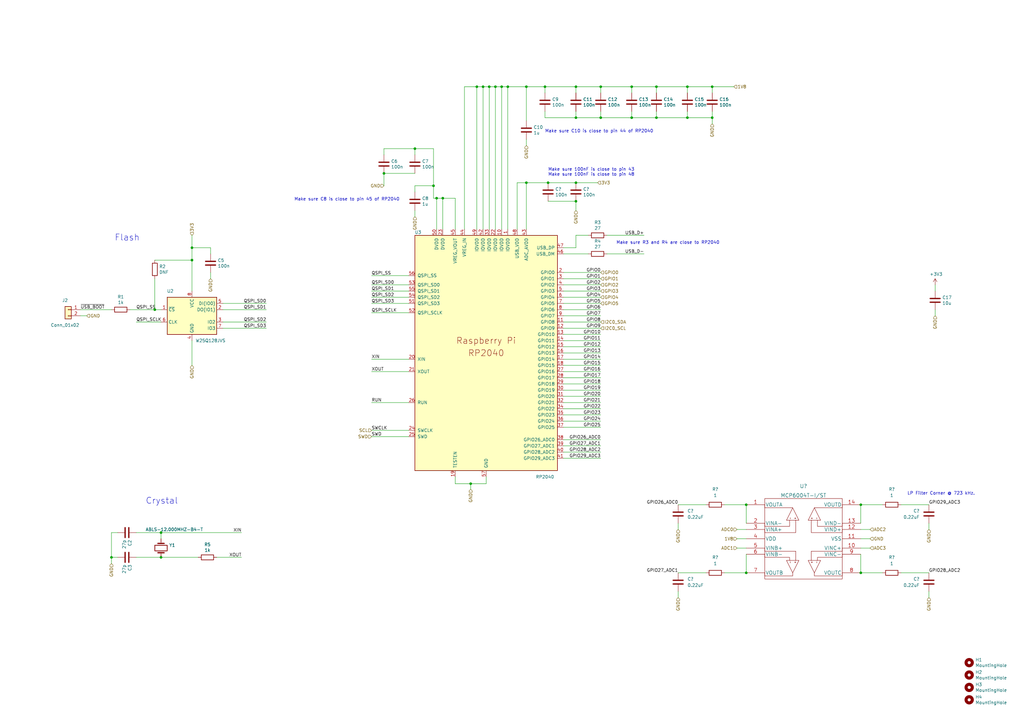
<source format=kicad_sch>
(kicad_sch (version 20211123) (generator eeschema)
  (paper "A3")
  (title_block (title "RP2040 Minimal Design Example") (date "2020-12-18") (rev "REV1") (company "Raspberry Pi (Trading) Ltd"))
  (lib_symbols
    (symbol "Connector_Generic:Conn_01x02" (pin_names (offset 1.016) hide)
      (property "Reference" "J" (at 0 2.54 0))
      (property "Value" "Conn_01x02" (at 0 -5.08 0))
      (symbol "Conn_01x02_1_1"
        (rectangle (start -1.27 -2.413) (end 0 -2.667) (stroke (width 0.1524)))
        (rectangle (start -1.27 0.127) (end 0 -0.127) (stroke (width 0.1524)))
        (rectangle (start -1.27 1.27) (end 1.27 -3.81) (stroke (width 0.254)) (fill (type background)))
        (pin passive line (at -5.08 0 0) (length 3.81) (name "Pin_1") (number "1"))
        (pin passive line (at -5.08 -2.54 0) (length 3.81) (name "Pin_2") (number "2"))
      )
    )
    (symbol "Device:C" (pin_numbers hide) (pin_names (offset 0.254))
      (property "Reference" "C" (at 0.635 2.54 0))
      (property "Value" "C" (at 0.635 -2.54 0))
      (symbol "C_0_1"
        (polyline (pts (xy -2.032 -0.762) (xy 2.032 -0.762)) (stroke (width 0.508)))
        (polyline (pts (xy -2.032 0.762) (xy 2.032 0.762)) (stroke (width 0.508)))
      )
      (symbol "C_1_1"
        (pin passive line (at 0 3.81 270) (length 2.794) (name "~") (number "1"))
        (pin passive line (at 0 -3.81 90) (length 2.794) (name "~") (number "2"))
      )
    )
    (symbol "Device:Crystal" (pin_numbers hide) (pin_names (offset 1.016) hide)
      (property "Reference" "Y" (at 0 3.81 0))
      (property "Value" "Crystal" (at 0 -3.81 0))
      (symbol "Crystal_0_1"
        (rectangle (start -1.143 2.54) (end 1.143 -2.54) (stroke (width 0.3048)))
        (polyline (pts (xy -2.54 0) (xy -1.905 0)))
        (polyline (pts (xy -1.905 -1.27) (xy -1.905 1.27)) (stroke (width 0.508)))
        (polyline (pts (xy 1.905 -1.27) (xy 1.905 1.27)) (stroke (width 0.508)))
        (polyline (pts (xy 2.54 0) (xy 1.905 0)))
      )
      (symbol "Crystal_1_1"
        (pin passive line (at -3.81 0 0) (length 1.27) (name "1") (number "1"))
        (pin passive line (at 3.81 0 180) (length 1.27) (name "2") (number "2"))
      )
    )
    (symbol "Device:R" (pin_numbers hide) (pin_names (offset 0))
      (property "Reference" "R" (at 2.032 0 90))
      (property "Value" "R" (at 0 0 90))
      (symbol "R_0_1"
        (rectangle (start -1.016 -2.54) (end 1.016 2.54) (stroke (width 0.254)))
      )
      (symbol "R_1_1"
        (pin passive line (at 0 3.81 270) (length 1.27) (name "~") (number "1"))
        (pin passive line (at 0 -3.81 90) (length 1.27) (name "~") (number "2"))
      )
    )
    (symbol "MCU_RaspberryPi_RP2040:RP2040" (pin_names (offset 1.016))
      (property "Reference" "U" (at -29.21 49.53 0))
      (property "Value" "RP2040" (at 24.13 -49.53 0))
      (symbol "RP2040_0_0"
        (text "Raspberry Pi" (at 0 5.08 0) (effects (font (size 2.54 2.54))))
        (text "RP2040" (at 0 0 0) (effects (font (size 2.54 2.54))))
      )
      (symbol "RP2040_0_1"
        (rectangle (start 29.21 48.26) (end -29.21 -48.26) (stroke (width 0.254)) (fill (type background)))
      )
      (symbol "RP2040_1_1"
        (pin power_in line (at 8.89 50.8 270) (length 2.54) (name "IOVDD") (number "1"))
        (pin power_in line (at 6.35 50.8 270) (length 2.54) (name "IOVDD") (number "10"))
        (pin bidirectional line (at 31.75 12.7 180) (length 2.54) (name "GPIO8") (number "11"))
        (pin bidirectional line (at 31.75 10.16 180) (length 2.54) (name "GPIO9") (number "12"))
        (pin bidirectional line (at 31.75 7.62 180) (length 2.54) (name "GPIO10") (number "13"))
        (pin bidirectional line (at 31.75 5.08 180) (length 2.54) (name "GPIO11") (number "14"))
        (pin bidirectional line (at 31.75 2.54 180) (length 2.54) (name "GPIO12") (number "15"))
        (pin bidirectional line (at 31.75 0 180) (length 2.54) (name "GPIO13") (number "16"))
        (pin bidirectional line (at 31.75 -2.54 180) (length 2.54) (name "GPIO14") (number "17"))
        (pin bidirectional line (at 31.75 -5.08 180) (length 2.54) (name "GPIO15") (number "18"))
        (pin passive line (at -12.7 -50.8 90) (length 2.54) (name "TESTEN") (number "19"))
        (pin bidirectional line (at 31.75 33.02 180) (length 2.54) (name "GPIO0") (number "2"))
        (pin input line (at -31.75 -2.54 0) (length 2.54) (name "XIN") (number "20"))
        (pin passive line (at -31.75 -7.62 0) (length 2.54) (name "XOUT") (number "21"))
        (pin power_in line (at 3.81 50.8 270) (length 2.54) (name "IOVDD") (number "22"))
        (pin power_in line (at -17.78 50.8 270) (length 2.54) (name "DVDD") (number "23"))
        (pin output line (at -31.75 -31.75 0) (length 2.54) (name "SWCLK") (number "24"))
        (pin bidirectional line (at -31.75 -34.29 0) (length 2.54) (name "SWD") (number "25"))
        (pin input line (at -31.75 -20.32 0) (length 2.54) (name "RUN") (number "26"))
        (pin bidirectional line (at 31.75 -7.62 180) (length 2.54) (name "GPIO16") (number "27"))
        (pin bidirectional line (at 31.75 -10.16 180) (length 2.54) (name "GPIO17") (number "28"))
        (pin bidirectional line (at 31.75 -12.7 180) (length 2.54) (name "GPIO18") (number "29"))
        (pin bidirectional line (at 31.75 30.48 180) (length 2.54) (name "GPIO1") (number "3"))
        (pin bidirectional line (at 31.75 -15.24 180) (length 2.54) (name "GPIO19") (number "30"))
        (pin bidirectional line (at 31.75 -17.78 180) (length 2.54) (name "GPIO20") (number "31"))
        (pin bidirectional line (at 31.75 -20.32 180) (length 2.54) (name "GPIO21") (number "32"))
        (pin power_in line (at 1.27 50.8 270) (length 2.54) (name "IOVDD") (number "33"))
        (pin bidirectional line (at 31.75 -22.86 180) (length 2.54) (name "GPIO22") (number "34"))
        (pin bidirectional line (at 31.75 -25.4 180) (length 2.54) (name "GPIO23") (number "35"))
        (pin bidirectional line (at 31.75 -27.94 180) (length 2.54) (name "GPIO24") (number "36"))
        (pin bidirectional line (at 31.75 -30.48 180) (length 2.54) (name "GPIO25") (number "37"))
        (pin bidirectional line (at 31.75 -35.56 180) (length 2.54) (name "GPIO26_ADC0") (number "38"))
        (pin bidirectional line (at 31.75 -38.1 180) (length 2.54) (name "GPIO27_ADC1") (number "39"))
        (pin bidirectional line (at 31.75 27.94 180) (length 2.54) (name "GPIO2") (number "4"))
        (pin bidirectional line (at 31.75 -40.64 180) (length 2.54) (name "GPIO28_ADC2") (number "40"))
        (pin bidirectional line (at 31.75 -43.18 180) (length 2.54) (name "GPIO29_ADC3") (number "41"))
        (pin power_in line (at -1.27 50.8 270) (length 2.54) (name "IOVDD") (number "42"))
        (pin power_in line (at 16.51 50.8 270) (length 2.54) (name "ADC_AVDD") (number "43"))
        (pin power_in line (at -8.89 50.8 270) (length 2.54) (name "VREG_IN") (number "44"))
        (pin power_out line (at -12.7 50.8 270) (length 2.54) (name "VREG_VOUT") (number "45"))
        (pin bidirectional line (at 31.75 40.64 180) (length 2.54) (name "USB_DM") (number "46"))
        (pin bidirectional line (at 31.75 43.18 180) (length 2.54) (name "USB_DP") (number "47"))
        (pin power_in line (at 12.7 50.8 270) (length 2.54) (name "USB_VDD") (number "48"))
        (pin power_in line (at -3.81 50.8 270) (length 2.54) (name "IOVDD") (number "49"))
        (pin bidirectional line (at 31.75 25.4 180) (length 2.54) (name "GPIO3") (number "5"))
        (pin power_in line (at -20.32 50.8 270) (length 2.54) (name "DVDD") (number "50"))
        (pin bidirectional line (at -31.75 20.32 0) (length 2.54) (name "QSPI_SD3") (number "51"))
        (pin output line (at -31.75 16.51 0) (length 2.54) (name "QSPI_SCLK") (number "52"))
        (pin bidirectional line (at -31.75 27.94 0) (length 2.54) (name "QSPI_SD0") (number "53"))
        (pin bidirectional line (at -31.75 22.86 0) (length 2.54) (name "QSPI_SD2") (number "54"))
        (pin bidirectional line (at -31.75 25.4 0) (length 2.54) (name "QSPI_SD1") (number "55"))
        (pin bidirectional line (at -31.75 31.75 0) (length 2.54) (name "QSPI_SS") (number "56"))
        (pin power_in line (at 0 -50.8 90) (length 2.54) (name "GND") (number "57"))
        (pin bidirectional line (at 31.75 22.86 180) (length 2.54) (name "GPIO4") (number "6"))
        (pin bidirectional line (at 31.75 20.32 180) (length 2.54) (name "GPIO5") (number "7"))
        (pin bidirectional line (at 31.75 17.78 180) (length 2.54) (name "GPIO6") (number "8"))
        (pin bidirectional line (at 31.75 15.24 180) (length 2.54) (name "GPIO7") (number "9"))
      )
    )
    (symbol "Mechanical:MountingHole" (pin_names (offset 1.016))
      (property "Reference" "H" (at 0 5.08 0))
      (property "Value" "MountingHole" (at 0 3.175 0))
      (symbol "MountingHole_0_1"
        (circle (center 0 0) (radius 1.27) (stroke (width 1.27)))
      )
    )
    (symbol "Memory_Flash:W25Q128JVS"
      (property "Reference" "U" (at -8.89 8.89 0))
      (property "Value" "W25Q128JVS" (at 7.62 8.89 0))
      (symbol "W25Q128JVS_0_1"
        (rectangle (start -10.16 7.62) (end 10.16 -7.62) (stroke (width 0.254)) (fill (type background)))
      )
      (symbol "W25Q128JVS_1_1"
        (pin input line (at -12.7 2.54 0) (length 2.54) (name "~{CS}") (number "1"))
        (pin bidirectional line (at 12.7 2.54 180) (length 2.54) (name "DO(IO1)") (number "2"))
        (pin bidirectional line (at 12.7 -2.54 180) (length 2.54) (name "IO2") (number "3"))
        (pin power_in line (at 0 -10.16 90) (length 2.54) (name "GND") (number "4"))
        (pin bidirectional line (at 12.7 5.08 180) (length 2.54) (name "DI(IO0)") (number "5"))
        (pin input line (at -12.7 -2.54 0) (length 2.54) (name "CLK") (number "6"))
        (pin bidirectional line (at 12.7 -5.08 180) (length 2.54) (name "IO3") (number "7"))
        (pin power_in line (at 0 10.16 270) (length 2.54) (name "VCC") (number "8"))
      )
    )
    (symbol "custom_amplifiers:MCP6004T-I{brace}slash}ST" (pin_names (offset 0.254))
      (property "Reference" "U" (at 0 13.97 0))
      (property "Value" "MCP6004T-I{brace}slash}ST" (at 1.27 -1.27 0))
      (symbol "MCP6004T-I{brace}slash}ST_0_0"
        (polyline (pts (xy -6.35 -8.89) (xy -3.81 -13.97)) (stroke (width 0.1524)))
        (polyline (pts (xy -6.35 7.62) (xy -3.81 12.7)) (stroke (width 0.1524)))
        (polyline (pts (xy -4.826 -9.906) (xy -4.826 -9.398)) (stroke (width 0.1524)))
        (polyline (pts (xy -4.826 -8.89) (xy -6.35 -8.89)) (stroke (width 0.1524)))
        (polyline (pts (xy -4.826 7.62) (xy -6.35 7.62)) (stroke (width 0.1524)))
        (polyline (pts (xy -4.826 8.636) (xy -4.826 8.128)) (stroke (width 0.1524)))
        (polyline (pts (xy -3.81 -13.97) (xy -1.27 -8.89)) (stroke (width 0.1524)))
        (polyline (pts (xy -3.81 12.7) (xy -1.27 7.62)) (stroke (width 0.1524)))
        (polyline (pts (xy -3.048 -9.652) (xy -2.54 -9.652)) (stroke (width 0.1524)))
        (polyline (pts (xy -3.048 8.382) (xy -2.54 8.382)) (stroke (width 0.1524)))
        (polyline (pts (xy -2.794 -9.398) (xy -2.794 -9.906)) (stroke (width 0.1524)))
        (polyline (pts (xy -2.794 -8.89) (xy -4.826 -8.89)) (stroke (width 0.1524)))
        (polyline (pts (xy -2.794 7.62) (xy -4.826 7.62)) (stroke (width 0.1524)))
        (polyline (pts (xy -2.794 8.128) (xy -2.794 8.636)) (stroke (width 0.1524)))
        (polyline (pts (xy -1.27 -8.89) (xy -2.794 -8.89)) (stroke (width 0.1524)))
        (polyline (pts (xy -1.27 7.62) (xy -2.794 7.62)) (stroke (width 0.1524)))
        (polyline (pts (xy 2.54 -8.89) (xy 4.064 -8.89)) (stroke (width 0.1524)))
        (polyline (pts (xy 2.54 7.62) (xy 4.064 7.62)) (stroke (width 0.1524)))
        (polyline (pts (xy 4.064 -9.398) (xy 4.064 -9.906)) (stroke (width 0.1524)))
        (polyline (pts (xy 4.064 -8.89) (xy 6.096 -8.89)) (stroke (width 0.1524)))
        (polyline (pts (xy 4.064 7.62) (xy 6.096 7.62)) (stroke (width 0.1524)))
        (polyline (pts (xy 4.064 8.128) (xy 4.064 8.636)) (stroke (width 0.1524)))
        (polyline (pts (xy 4.318 -9.652) (xy 3.81 -9.652)) (stroke (width 0.1524)))
        (polyline (pts (xy 4.318 8.382) (xy 3.81 8.382)) (stroke (width 0.1524)))
        (polyline (pts (xy 5.08 -13.97) (xy 2.54 -8.89)) (stroke (width 0.1524)))
        (polyline (pts (xy 5.08 12.7) (xy 2.54 7.62)) (stroke (width 0.1524)))
        (polyline (pts (xy 6.096 -9.906) (xy 6.096 -9.398)) (stroke (width 0.1524)))
        (polyline (pts (xy 6.096 -8.89) (xy 7.62 -8.89)) (stroke (width 0.1524)))
        (polyline (pts (xy 6.096 7.62) (xy 7.62 7.62)) (stroke (width 0.1524)))
        (polyline (pts (xy 6.096 8.636) (xy 6.096 8.128)) (stroke (width 0.1524)))
        (polyline (pts (xy 7.62 -8.89) (xy 5.08 -13.97)) (stroke (width 0.1524)))
        (polyline (pts (xy 7.62 7.62) (xy 5.08 12.7)) (stroke (width 0.1524)))
      )
      (symbol "MCP6004T-I{brace}slash}ST_1_1"
        (rectangle (start -15.24 16.51) (end 16.51 -16.51))
        (polyline (pts (xy -15.24 13.97) (xy -15.24 12.7) (xy -3.81 12.7)))
        (polyline (pts (xy 16.51 13.97) (xy 16.51 12.7) (xy 5.08 12.7)))
        (polyline (pts (xy -15.24 -13.97) (xy -15.24 -15.24) (xy -3.81 -15.24) (xy -3.81 -13.97)))
        (polyline (pts (xy -15.24 -6.35) (xy -15.24 -7.62) (xy -5.08 -7.62) (xy -5.08 -8.89)))
        (polyline (pts (xy -15.24 -3.81) (xy -15.24 -5.08) (xy -2.54 -5.08) (xy -2.54 -8.89)))
        (polyline (pts (xy -15.24 3.81) (xy -15.24 2.54) (xy -2.54 2.54) (xy -2.54 7.62)))
        (polyline (pts (xy -15.24 6.35) (xy -15.24 5.08) (xy -5.08 5.08) (xy -5.08 7.62)))
        (polyline (pts (xy 16.51 -13.97) (xy 16.51 -15.24) (xy 5.08 -15.24) (xy 5.08 -13.97)))
        (polyline (pts (xy 16.51 -6.35) (xy 16.51 -7.62) (xy 6.35 -7.62) (xy 6.35 -8.89)))
        (polyline (pts (xy 16.51 -3.81) (xy 16.51 -5.08) (xy 3.81 -5.08) (xy 3.81 -8.89)))
        (polyline (pts (xy 16.51 3.81) (xy 16.51 2.54) (xy 3.81 2.54) (xy 3.81 7.62)))
        (polyline (pts (xy 16.51 6.35) (xy 16.51 5.08) (xy 6.35 5.08) (xy 6.35 7.62)))
        (pin output line (at -22.86 13.97 0) (length 7.62) (name "VOUTA") (number "1"))
        (pin input line (at 24.13 -3.81 180) (length 7.62) (name "VINC+") (number "10"))
        (pin unspecified line (at 24.13 0 180) (length 7.62) (name "VSS") (number "11"))
        (pin input line (at 24.13 3.81 180) (length 7.62) (name "VIND+") (number "12"))
        (pin input line (at 24.13 6.35 180) (length 7.62) (name "VIND-") (number "13"))
        (pin output line (at 24.13 13.97 180) (length 7.62) (name "VOUTD") (number "14"))
        (pin input line (at -22.86 6.35 0) (length 7.62) (name "VINA-") (number "2"))
        (pin input line (at -22.86 3.81 0) (length 7.62) (name "VINA+") (number "3"))
        (pin unspecified line (at -22.86 0 0) (length 7.62) (name "VDD") (number "4"))
        (pin input line (at -22.86 -3.81 0) (length 7.62) (name "VINB+") (number "5"))
        (pin input line (at -22.86 -6.35 0) (length 7.62) (name "VINB-") (number "6"))
        (pin output line (at -22.86 -13.97 0) (length 7.62) (name "VOUTB") (number "7"))
        (pin output line (at 24.13 -13.97 180) (length 7.62) (name "VOUTC") (number "8"))
        (pin input line (at 24.13 -6.35 180) (length 7.62) (name "VINC-") (number "9"))
      )
    )
    (symbol "power:+3V3" (power) (pin_names (offset 0))
      (property "Value" "+3V3" (at 0 3.556 0))
      (symbol "+3V3_0_1"
        (polyline (pts (xy -0.762 1.27) (xy 0 2.54)))
        (polyline (pts (xy 0 0) (xy 0 2.54)))
        (polyline (pts (xy 0 2.54) (xy 0.762 1.27)))
      )
      (symbol "+3V3_1_1"
        (pin power_in line (at 0 0 90) (length 0) hide (name "+3V3") (number "1"))
      )
    )
  )
  (junction (at 223.52 35.56))
  (junction (at 179.07 81.28))
  (junction (at 78.74 106.68))
  (junction (at 215.9 35.56))
  (junction (at 292.1 35.56))
  (junction (at 236.22 48.26))
  (junction (at 236.22 74.93))
  (junction (at 246.38 35.56))
  (junction (at 281.94 48.26))
  (junction (at 45.72 228.6))
  (junction (at 193.04 198.374))
  (junction (at 200.66 35.56))
  (junction (at 205.74 35.56))
  (junction (at 259.08 35.56))
  (junction (at 353.06 207.01))
  (junction (at 259.08 48.26))
  (junction (at 195.58 35.56))
  (junction (at 177.8 76.2))
  (junction (at 281.94 35.56))
  (junction (at 246.38 48.26))
  (junction (at 181.61 81.28))
  (junction (at 215.9 74.93))
  (junction (at 236.22 35.56))
  (junction (at 353.06 234.95))
  (junction (at 208.28 35.56))
  (junction (at 269.24 35.56))
  (junction (at 170.18 60.96))
  (junction (at 269.24 48.26))
  (junction (at 66.04 228.6))
  (junction (at 236.22 82.55))
  (junction (at 306.07 207.01))
  (junction (at 66.04 218.44))
  (junction (at 292.1 48.26))
  (junction (at 203.2 35.56))
  (junction (at 198.12 35.56))
  (junction (at 224.79 74.93))
  (junction (at 78.74 101.6))
  (junction (at 306.07 234.95))
  (junction (at 157.48 71.12))
  (junction (at 63.5 127))
  (wire (pts (xy 186.69 93.98) (xy 186.69 81.28)))
  (wire (pts (xy 224.79 82.55) (xy 236.22 82.55)))
  (wire (pts (xy 55.88 218.44) (xy 66.04 218.44)))
  (wire (pts (xy 212.09 74.93) (xy 215.9 74.93)))
  (wire (pts (xy 246.38 38.1) (xy 246.38 35.56)))
  (wire (pts (xy 383.54 127) (xy 383.54 129.54)))
  (wire (pts (xy 167.64 179.07) (xy 152.4 179.07)))
  (wire (pts (xy 246.38 45.72) (xy 246.38 48.26)))
  (wire (pts (xy 45.72 127) (xy 33.02 127)))
  (wire (pts (xy 78.74 96.52) (xy 78.74 101.6)))
  (wire (pts (xy 353.06 227.33) (xy 353.06 234.95)))
  (wire (pts (xy 152.4 116.84) (xy 167.64 116.84)))
  (wire (pts (xy 215.9 35.56) (xy 223.52 35.56)))
  (wire (pts (xy 231.14 119.38) (xy 246.38 119.38)))
  (wire (pts (xy 181.61 81.28) (xy 186.69 81.28)))
  (wire (pts (xy 302.26 217.17) (xy 306.07 217.17)))
  (wire (pts (xy 86.36 111.76) (xy 86.36 114.3)))
  (wire (pts (xy 231.14 152.4) (xy 246.38 152.4)))
  (wire (pts (xy 231.14 114.3) (xy 246.38 114.3)))
  (wire (pts (xy 231.14 111.76) (xy 246.38 111.76)))
  (wire (pts (xy 208.28 35.56) (xy 208.28 93.98)))
  (wire (pts (xy 190.5 35.56) (xy 195.58 35.56)))
  (wire (pts (xy 48.26 218.44) (xy 45.72 218.44)))
  (wire (pts (xy 215.9 35.56) (xy 215.9 49.53)))
  (wire (pts (xy 198.12 93.98) (xy 198.12 35.56)))
  (wire (pts (xy 236.22 74.93) (xy 245.11 74.93)))
  (wire (pts (xy 157.48 63.5) (xy 157.48 60.96)))
  (wire (pts (xy 306.07 207.01) (xy 306.07 214.63)))
  (wire (pts (xy 157.48 71.12) (xy 157.48 76.2)))
  (wire (pts (xy 236.22 96.52) (xy 236.22 101.6)))
  (wire (pts (xy 306.07 227.33) (xy 306.07 234.95)))
  (wire (pts (xy 224.79 74.93) (xy 236.22 74.93)))
  (wire (pts (xy 231.14 124.46) (xy 246.38 124.46)))
  (wire (pts (xy 45.72 228.6) (xy 45.72 231.14)))
  (wire (pts (xy 236.22 96.52) (xy 241.3 96.52)))
  (wire (pts (xy 236.22 48.26) (xy 223.52 48.26)))
  (wire (pts (xy 167.64 113.03) (xy 152.4 113.03)))
  (wire (pts (xy 231.14 180.34) (xy 246.38 180.34)))
  (wire (pts (xy 281.94 48.26) (xy 292.1 48.26)))
  (wire (pts (xy 91.44 134.62) (xy 109.22 134.62)))
  (wire (pts (xy 203.2 35.56) (xy 205.74 35.56)))
  (wire (pts (xy 231.14 132.08) (xy 246.38 132.08)))
  (wire (pts (xy 179.07 81.28) (xy 177.8 81.28)))
  (wire (pts (xy 200.66 35.56) (xy 203.2 35.56)))
  (wire (pts (xy 66.04 228.6) (xy 81.28 228.6)))
  (wire (pts (xy 236.22 35.56) (xy 246.38 35.56)))
  (wire (pts (xy 223.52 35.56) (xy 236.22 35.56)))
  (wire (pts (xy 86.36 104.14) (xy 86.36 101.6)))
  (wire (pts (xy 353.06 220.98) (xy 356.87 220.98)))
  (wire (pts (xy 33.02 129.54) (xy 35.56 129.54)))
  (wire (pts (xy 186.69 195.58) (xy 186.69 198.374)))
  (wire (pts (xy 246.38 35.56) (xy 259.08 35.56)))
  (wire (pts (xy 53.34 127) (xy 63.5 127)))
  (wire (pts (xy 269.24 45.72) (xy 269.24 48.26)))
  (wire (pts (xy 281.94 38.1) (xy 281.94 35.56)))
  (wire (pts (xy 259.08 45.72) (xy 259.08 48.26)))
  (wire (pts (xy 231.14 116.84) (xy 246.38 116.84)))
  (wire (pts (xy 231.14 134.62) (xy 246.38 134.62)))
  (wire (pts (xy 231.14 104.14) (xy 241.3 104.14)))
  (wire (pts (xy 361.95 234.95) (xy 353.06 234.95)))
  (wire (pts (xy 231.14 170.18) (xy 246.38 170.18)))
  (wire (pts (xy 231.14 144.78) (xy 246.38 144.78)))
  (wire (pts (xy 231.14 157.48) (xy 246.38 157.48)))
  (wire (pts (xy 353.06 217.17) (xy 356.87 217.17)))
  (wire (pts (xy 236.22 45.72) (xy 236.22 48.26)))
  (wire (pts (xy 152.4 124.46) (xy 167.64 124.46)))
  (wire (pts (xy 177.8 76.2) (xy 177.8 81.28)))
  (wire (pts (xy 157.48 60.96) (xy 170.18 60.96)))
  (wire (pts (xy 281.94 35.56) (xy 292.1 35.56)))
  (wire (pts (xy 353.06 207.01) (xy 353.06 214.63)))
  (wire (pts (xy 199.39 198.374) (xy 193.04 198.374)))
  (wire (pts (xy 231.14 182.88) (xy 246.38 182.88)))
  (wire (pts (xy 302.26 220.98) (xy 306.07 220.98)))
  (wire (pts (xy 231.14 121.92) (xy 246.38 121.92)))
  (wire (pts (xy 292.1 38.1) (xy 292.1 35.56)))
  (wire (pts (xy 157.48 71.12) (xy 170.18 71.12)))
  (wire (pts (xy 292.1 35.56) (xy 300.99 35.56)))
  (wire (pts (xy 297.18 234.95) (xy 306.07 234.95)))
  (wire (pts (xy 259.08 35.56) (xy 269.24 35.56)))
  (wire (pts (xy 198.12 35.56) (xy 200.66 35.56)))
  (wire (pts (xy 170.18 60.96) (xy 177.8 60.96)))
  (wire (pts (xy 193.04 198.374) (xy 193.04 200.66)))
  (wire (pts (xy 205.74 35.56) (xy 208.28 35.56)))
  (wire (pts (xy 231.14 160.02) (xy 246.38 160.02)))
  (wire (pts (xy 246.38 48.26) (xy 236.22 48.26)))
  (wire (pts (xy 66.04 218.44) (xy 99.06 218.44)))
  (wire (pts (xy 170.18 78.74) (xy 170.18 76.2)))
  (wire (pts (xy 269.24 35.56) (xy 281.94 35.56)))
  (wire (pts (xy 170.18 86.36) (xy 170.18 88.9)))
  (wire (pts (xy 236.22 82.55) (xy 236.22 86.36)))
  (wire (pts (xy 63.5 106.68) (xy 78.74 106.68)))
  (wire (pts (xy 78.74 106.68) (xy 78.74 119.38)))
  (wire (pts (xy 63.5 114.3) (xy 63.5 127)))
  (wire (pts (xy 200.66 93.98) (xy 200.66 35.56)))
  (wire (pts (xy 278.13 234.95) (xy 289.56 234.95)))
  (wire (pts (xy 278.13 242.57) (xy 278.13 245.11)))
  (wire (pts (xy 381 207.01) (xy 369.57 207.01)))
  (wire (pts (xy 231.14 101.6) (xy 236.22 101.6)))
  (wire (pts (xy 55.88 132.08) (xy 66.04 132.08)))
  (wire (pts (xy 91.44 132.08) (xy 109.22 132.08)))
  (wire (pts (xy 66.04 220.98) (xy 66.04 218.44)))
  (wire (pts (xy 48.26 228.6) (xy 45.72 228.6)))
  (wire (pts (xy 278.13 214.63) (xy 278.13 217.17)))
  (wire (pts (xy 223.52 38.1) (xy 223.52 35.56)))
  (wire (pts (xy 231.14 142.24) (xy 246.38 142.24)))
  (wire (pts (xy 259.08 48.26) (xy 246.38 48.26)))
  (wire (pts (xy 302.26 224.79) (xy 306.07 224.79)))
  (wire (pts (xy 215.9 74.93) (xy 224.79 74.93)))
  (wire (pts (xy 212.09 93.98) (xy 212.09 74.93)))
  (wire (pts (xy 203.2 93.98) (xy 203.2 35.56)))
  (wire (pts (xy 167.64 152.4) (xy 152.4 152.4)))
  (wire (pts (xy 236.22 38.1) (xy 236.22 35.56)))
  (wire (pts (xy 231.14 127) (xy 246.38 127)))
  (wire (pts (xy 186.69 198.374) (xy 193.04 198.374)))
  (wire (pts (xy 381 242.57) (xy 381 245.11)))
  (wire (pts (xy 383.54 116.84) (xy 383.54 119.38)))
  (wire (pts (xy 269.24 48.26) (xy 259.08 48.26)))
  (wire (pts (xy 231.14 149.86) (xy 246.38 149.86)))
  (wire (pts (xy 231.14 175.26) (xy 246.38 175.26)))
  (wire (pts (xy 152.4 121.92) (xy 167.64 121.92)))
  (wire (pts (xy 170.18 63.5) (xy 170.18 60.96)))
  (wire (pts (xy 353.06 224.79) (xy 356.87 224.79)))
  (wire (pts (xy 45.72 218.44) (xy 45.72 228.6)))
  (wire (pts (xy 231.14 187.96) (xy 246.38 187.96)))
  (wire (pts (xy 195.58 93.98) (xy 195.58 35.56)))
  (wire (pts (xy 199.39 195.58) (xy 199.39 198.374)))
  (wire (pts (xy 231.14 167.64) (xy 246.38 167.64)))
  (wire (pts (xy 88.9 228.6) (xy 99.06 228.6)))
  (wire (pts (xy 292.1 48.26) (xy 292.1 50.8)))
  (wire (pts (xy 223.52 45.72) (xy 223.52 48.26)))
  (wire (pts (xy 55.88 228.6) (xy 66.04 228.6)))
  (wire (pts (xy 231.14 147.32) (xy 246.38 147.32)))
  (wire (pts (xy 195.58 35.56) (xy 198.12 35.56)))
  (wire (pts (xy 231.14 137.16) (xy 246.38 137.16)))
  (wire (pts (xy 231.14 154.94) (xy 246.38 154.94)))
  (wire (pts (xy 231.14 185.42) (xy 246.38 185.42)))
  (wire (pts (xy 297.18 207.01) (xy 306.07 207.01)))
  (wire (pts (xy 167.64 165.1) (xy 152.4 165.1)))
  (wire (pts (xy 91.44 127) (xy 109.22 127)))
  (wire (pts (xy 278.13 207.01) (xy 289.56 207.01)))
  (wire (pts (xy 181.61 93.98) (xy 181.61 81.28)))
  (wire (pts (xy 179.07 81.28) (xy 179.07 93.98)))
  (wire (pts (xy 167.64 176.53) (xy 152.4 176.53)))
  (wire (pts (xy 231.14 139.7) (xy 246.38 139.7)))
  (wire (pts (xy 152.4 119.38) (xy 167.64 119.38)))
  (wire (pts (xy 381 214.63) (xy 381 217.17)))
  (wire (pts (xy 179.07 81.28) (xy 181.61 81.28)))
  (wire (pts (xy 231.14 129.54) (xy 246.38 129.54)))
  (wire (pts (xy 231.14 165.1) (xy 246.38 165.1)))
  (wire (pts (xy 190.5 93.98) (xy 190.5 35.56)))
  (wire (pts (xy 167.64 128.27) (xy 152.4 128.27)))
  (wire (pts (xy 63.5 127) (xy 66.04 127)))
  (wire (pts (xy 269.24 38.1) (xy 269.24 35.56)))
  (wire (pts (xy 381 234.95) (xy 369.57 234.95)))
  (wire (pts (xy 361.95 207.01) (xy 353.06 207.01)))
  (wire (pts (xy 292.1 45.72) (xy 292.1 48.26)))
  (wire (pts (xy 78.74 139.7) (xy 78.74 149.86)))
  (wire (pts (xy 78.74 101.6) (xy 78.74 106.68)))
  (wire (pts (xy 231.14 162.56) (xy 246.38 162.56)))
  (wire (pts (xy 152.4 147.32) (xy 167.64 147.32)))
  (wire (pts (xy 281.94 45.72) (xy 281.94 48.26)))
  (wire (pts (xy 170.18 76.2) (xy 177.8 76.2)))
  (wire (pts (xy 215.9 57.15) (xy 215.9 59.69)))
  (wire (pts (xy 281.94 48.26) (xy 269.24 48.26)))
  (wire (pts (xy 91.44 124.46) (xy 109.22 124.46)))
  (wire (pts (xy 86.36 101.6) (xy 78.74 101.6)))
  (wire (pts (xy 177.8 60.96) (xy 177.8 76.2)))
  (wire (pts (xy 231.14 172.72) (xy 246.38 172.72)))
  (wire (pts (xy 205.74 93.98) (xy 205.74 35.56)))
  (wire (pts (xy 248.92 96.52) (xy 264.16 96.52)))
  (wire (pts (xy 248.92 104.14) (xy 264.16 104.14)))
  (wire (pts (xy 215.9 93.98) (xy 215.9 74.93)))
  (wire (pts (xy 208.28 35.56) (xy 215.9 35.56)))
  (wire (pts (xy 259.08 38.1) (xy 259.08 35.56)))
  (text "Make sure C8 is close to pin 45 of RP2040" (at 120.65 82.55 0) (effects (font (size 1.27 1.27)) (justify left bottom)))
  (text "Make sure 100nF is close to pin 43\nMake sure 100nF is close to pin 48" (at 224.79 72.39 0) (effects (font (size 1.27 1.27)) (justify left bottom)))
  (text "LP Filter Corner @ 723 kHz." (at 372.11 203.2 0) (effects (font (size 1.27 1.27)) (justify left bottom)))
  (text "Make sure C10 is close to pin 44 of RP2040" (at 223.52 54.61 0) (effects (font (size 1.27 1.27)) (justify left bottom)))
  (text "Flash" (at 46.99 99.06 0) (effects (font (size 2.54 2.54)) (justify left bottom)))
  (text "Crystal" (at 59.69 207.01 0) (effects (font (size 2.54 2.54)) (justify left bottom)))
  (text "Make sure R3 and R4 are close to RP2040" (at 252.73 100.33 0) (effects (font (size 1.27 1.27)) (justify left bottom)))
  (label "GPIO1" (at 246.38 114.3 180))
  (label "GPIO16" (at 246.38 152.4 180))
  (label "GPIO0" (at 246.38 111.76 180))
  (label "QSPI_SCLK" (at 152.4 128.27 0))
  (label "GPIO18" (at 246.38 157.48 180))
  (label "GPIO14" (at 246.38 147.32 180))
  (label "SWCLK" (at 152.4 176.53 0))
  (label "GPIO17" (at 246.38 154.94 180))
  (label "QSPI_SD3" (at 109.22 134.62 180))
  (label "XOUT" (at 152.4 152.4 0))
  (label "GPIO7" (at 246.38 129.54 180))
  (label "QSPI_SD0" (at 109.22 124.46 180))
  (label "QSPI_SD0" (at 152.4 116.84 0))
  (label "QSPI_SD2" (at 152.4 121.92 0))
  (label "GPIO6" (at 246.38 127 180))
  (label "GPIO10" (at 246.38 137.16 180))
  (label "~{USB_BOOT}" (at 33.02 127 0))
  (label "QSPI_SD2" (at 109.22 132.08 180))
  (label "SWD" (at 152.4 179.07 0))
  (label "GPIO15" (at 246.38 149.86 180))
  (label "GPIO9" (at 246.38 134.62 180))
  (label "GPIO22" (at 246.38 167.64 180))
  (label "GPIO8" (at 246.38 132.08 180))
  (label "GPIO2" (at 246.38 116.84 180))
  (label "GPIO13" (at 246.38 144.78 180))
  (label "GPIO20" (at 246.38 162.56 180))
  (label "XIN" (at 152.4 147.32 0))
  (label "GPIO26_ADC0" (at 278.13 207.01 180))
  (label "GPIO27_ADC1" (at 246.38 182.88 180))
  (label "QSPI_SCLK" (at 55.88 132.08 0))
  (label "GPIO26_ADC0" (at 246.38 180.34 180))
  (label "GPIO12" (at 246.38 142.24 180))
  (label "QSPI_SD1" (at 109.22 127 180))
  (label "QSPI_SS" (at 55.88 127 0))
  (label "GPIO11" (at 246.38 139.7 180))
  (label "GPIO28_ADC2" (at 381 234.95 0))
  (label "GPIO27_ADC1" (at 278.13 234.95 180))
  (label "GPIO29_ADC3" (at 246.38 187.96 180))
  (label "GPIO5" (at 246.38 124.46 180))
  (label "RUN" (at 152.4 165.1 0))
  (label "GPIO23" (at 246.38 170.18 180))
  (label "GPIO28_ADC2" (at 246.38 185.42 180))
  (label "QSPI_SD3" (at 152.4 124.46 0))
  (label "XOUT" (at 99.06 228.6 180))
  (label "GPIO3" (at 246.38 119.38 180))
  (label "GPIO21" (at 246.38 165.1 180))
  (label "QSPI_SD1" (at 152.4 119.38 0))
  (label "GPIO29_ADC3" (at 381 207.01 0))
  (label "GPIO24" (at 246.38 172.72 180))
  (label "GPIO25" (at 246.38 175.26 180))
  (label "GPIO19" (at 246.38 160.02 180))
  (label "USB_D+" (at 264.16 96.52 180))
  (label "QSPI_SS" (at 152.4 113.03 0))
  (label "XIN" (at 99.06 218.44 180))
  (label "USB_D-" (at 264.16 104.14 180))
  (label "GPIO4" (at 246.38 121.92 180))
  (hierarchical_label "1V8" (shape input) (at 302.26 220.98 180))
  (hierarchical_label "GND" (shape input) (at 215.9 59.69 270))
  (hierarchical_label "GPIO2" (shape input) (at 246.38 116.84 0))
  (hierarchical_label "ADC0" (shape input) (at 302.26 217.17 180))
  (hierarchical_label "ADC2" (shape input) (at 356.87 217.17 0))
  (hierarchical_label "GPIO5" (shape input) (at 246.38 124.46 0))
  (hierarchical_label "1V8" (shape input) (at 300.99 35.56 0))
  (hierarchical_label "3V3" (shape input) (at 245.11 74.93 0))
  (hierarchical_label "SWD" (shape input) (at 152.4 179.07 180))
  (hierarchical_label "GND" (shape input) (at 170.18 88.9 270))
  (hierarchical_label "GND" (shape input) (at 383.54 129.54 270))
  (hierarchical_label "GND" (shape input) (at 278.13 217.17 270))
  (hierarchical_label "ADC3" (shape input) (at 356.87 224.79 0))
  (hierarchical_label "GND" (shape input) (at 35.56 129.54 0))
  (hierarchical_label "GND" (shape input) (at 292.1 50.8 270))
  (hierarchical_label "GPIO0" (shape input) (at 246.38 111.76 0))
  (hierarchical_label "GPIO4" (shape input) (at 246.38 121.92 0))
  (hierarchical_label "GND" (shape input) (at 236.22 86.36 270))
  (hierarchical_label "GND" (shape input) (at 381 217.17 270))
  (hierarchical_label "SCL" (shape input) (at 152.4 176.53 180))
  (hierarchical_label "GND" (shape input) (at 193.04 200.66 270))
  (hierarchical_label "GND" (shape input) (at 381 245.11 270))
  (hierarchical_label "GND" (shape input) (at 86.36 114.3 270))
  (hierarchical_label "I2C0_SDA" (shape input) (at 246.38 132.08 0))
  (hierarchical_label "GND" (shape input) (at 45.72 231.14 270))
  (hierarchical_label "I2C0_SCL" (shape input) (at 246.38 134.62 0))
  (hierarchical_label "GND" (shape input) (at 78.74 149.86 270))
  (hierarchical_label "GND" (shape input) (at 356.87 220.98 0))
  (hierarchical_label "GND" (shape input) (at 278.13 245.11 270))
  (hierarchical_label "ADC1" (shape input) (at 302.26 224.79 180))
  (hierarchical_label "GPIO3" (shape input) (at 246.38 119.38 0))
  (hierarchical_label "3V3" (shape input) (at 78.74 96.52 90))
  (hierarchical_label "GND" (shape input) (at 157.48 76.2 180))
  (hierarchical_label "GPIO1" (shape input) (at 246.38 114.3 0))
  (symbol (lib_id "MCU_RaspberryPi_RP2040:RP2040") (at 199.39 144.78 0) (unit 1)
    (property "Reference" "U3" (at 171.45 95.25 0))
    (property "Value" "RP2040" (at 223.52 195.58 0))
    (property "Footprint" "RP2040_minimal:RP2040-QFN-56" (effects hide))
  )
  (symbol (lib_id "Device:C") (at 52.07 218.44 270) (unit 1)
    (property "Reference" "C2" (at 53.2384 221.361 0) (effects (justify left)))
    (property "Value" "27p" (at 50.927 221.361 0) (effects (justify left)))
    (property "Footprint" "Capacitor_SMD:C_0402_1005Metric" (effects hide))
  )
  (symbol (lib_id "Device:C") (at 52.07 228.6 270) (unit 1)
    (property "Reference" "C3" (at 53.2384 231.521 0) (effects (justify left)))
    (property "Value" "27p" (at 50.927 231.521 0) (effects (justify left)))
    (property "Footprint" "Capacitor_SMD:C_0402_1005Metric" (effects hide))
  )
  (symbol (lib_id "Memory_Flash:W25Q128JVS") (at 78.74 129.54 0) (unit 1)
    (property "Reference" "U2" (at 69.85 119.38 0))
    (property "Value" "W25Q128JVS" (at 86.36 139.7 0))
    (property "Footprint" "Package_SO:SOIC-8_5.23x5.23mm_P1.27mm" (effects hide))
    (property "Datasheet" "http://www.winbond.com/resource-files/w25q128jv_dtr%20revc%2003272018%20plus.pdf" (effects hide))
  )
  (symbol (lib_id "Device:R") (at 63.5 110.49 0) (unit 1)
    (property "Reference" "R2" (at 65.278 109.3216 0) (effects (justify left)))
    (property "Value" "DNF" (at 65.278 111.633 0) (effects (justify left)))
    (property "Footprint" "Capacitor_SMD:C_0402_1005Metric" (effects hide))
  )
  (symbol (lib_id "Device:R") (at 49.53 127 270) (unit 1)
    (property "Reference" "R1" (at 49.53 121.7422 90))
    (property "Value" "1k" (at 49.53 124.0536 90))
    (property "Footprint" "Capacitor_SMD:C_0402_1005Metric" (effects hide))
  )
  (symbol (lib_id "Device:C") (at 86.36 107.95 0) (unit 1)
    (property "Reference" "C5" (at 89.281 106.7816 0) (effects (justify left)))
    (property "Value" "100n" (at 89.281 109.093 0) (effects (justify left)))
    (property "Footprint" "Capacitor_SMD:C_0402_1005Metric" (effects hide))
  )
  (symbol (lib_id "Device:R") (at 245.11 96.52 270) (unit 1)
    (property "Reference" "R3" (at 245.11 91.2622 90))
    (property "Value" "27" (at 245.11 93.5736 90))
    (property "Footprint" "Capacitor_SMD:C_0402_1005Metric" (effects hide))
  )
  (symbol (lib_id "Device:R") (at 245.11 104.14 270) (unit 1)
    (property "Reference" "R4" (at 245.11 98.8822 90))
    (property "Value" "27" (at 245.11 101.1936 90))
    (property "Footprint" "Capacitor_SMD:C_0402_1005Metric" (effects hide))
  )
  (symbol (lib_id "Device:C") (at 223.52 41.91 0) (unit 1)
    (property "Reference" "C9" (at 226.441 40.7416 0) (effects (justify left)))
    (property "Value" "100n" (at 226.441 43.053 0) (effects (justify left)))
    (property "Footprint" "Capacitor_SMD:C_0402_1005Metric" (effects hide))
  )
  (symbol (lib_id "Device:C") (at 236.22 41.91 0) (unit 1)
    (property "Reference" "C11" (at 239.141 40.7416 0) (effects (justify left)))
    (property "Value" "100n" (at 239.141 43.053 0) (effects (justify left)))
    (property "Footprint" "Capacitor_SMD:C_0402_1005Metric" (effects hide))
  )
  (symbol (lib_id "Device:C") (at 246.38 41.91 0) (unit 1)
    (property "Reference" "C12" (at 249.301 40.7416 0) (effects (justify left)))
    (property "Value" "100n" (at 249.301 43.053 0) (effects (justify left)))
    (property "Footprint" "Capacitor_SMD:C_0402_1005Metric" (effects hide))
  )
  (symbol (lib_id "Device:C") (at 259.08 41.91 0) (unit 1)
    (property "Reference" "C13" (at 262.001 40.7416 0) (effects (justify left)))
    (property "Value" "100n" (at 262.001 43.053 0) (effects (justify left)))
    (property "Footprint" "Capacitor_SMD:C_0402_1005Metric" (effects hide))
  )
  (symbol (lib_id "Device:C") (at 269.24 41.91 0) (unit 1)
    (property "Reference" "C14" (at 272.161 40.7416 0) (effects (justify left)))
    (property "Value" "100n" (at 272.161 43.053 0) (effects (justify left)))
    (property "Footprint" "Capacitor_SMD:C_0402_1005Metric" (effects hide))
  )
  (symbol (lib_id "Device:C") (at 281.94 41.91 0) (unit 1)
    (property "Reference" "C15" (at 284.861 40.7416 0) (effects (justify left)))
    (property "Value" "100n" (at 284.861 43.053 0) (effects (justify left)))
    (property "Footprint" "Capacitor_SMD:C_0402_1005Metric" (effects hide))
  )
  (symbol (lib_id "Device:C") (at 292.1 41.91 0) (unit 1)
    (property "Reference" "C16" (at 295.021 40.7416 0) (effects (justify left)))
    (property "Value" "100n" (at 295.021 43.053 0) (effects (justify left)))
    (property "Footprint" "Capacitor_SMD:C_0402_1005Metric" (effects hide))
  )
  (symbol (lib_id "Device:C") (at 157.48 67.31 0) (unit 1)
    (property "Reference" "C6" (at 160.401 66.1416 0) (effects (justify left)))
    (property "Value" "100n" (at 160.401 68.453 0) (effects (justify left)))
    (property "Footprint" "Capacitor_SMD:C_0402_1005Metric" (effects hide))
  )
  (symbol (lib_id "Device:C") (at 170.18 67.31 0) (unit 1)
    (property "Reference" "C7" (at 173.101 66.1416 0) (effects (justify left)))
    (property "Value" "100n" (at 173.101 68.453 0) (effects (justify left)))
    (property "Footprint" "Capacitor_SMD:C_0402_1005Metric" (effects hide))
  )
  (symbol (lib_id "Device:C") (at 170.18 82.55 0) (unit 1)
    (property "Reference" "C8" (at 173.101 81.3816 0) (effects (justify left)))
    (property "Value" "1u" (at 173.101 83.693 0) (effects (justify left)))
    (property "Footprint" "Capacitor_SMD:C_0402_1005Metric" (effects hide))
  )
  (symbol (lib_id "Device:C") (at 215.9 53.34 0) (unit 1)
    (property "Reference" "C10" (at 218.821 52.1716 0) (effects (justify left)))
    (property "Value" "1u" (at 218.821 54.483 0) (effects (justify left)))
    (property "Footprint" "Capacitor_SMD:C_0402_1005Metric" (effects hide))
  )
  (symbol (lib_id "Mechanical:MountingHole") (at 397.51 271.78 0) (unit 1)
    (property "Reference" "H1" (at 400.05 270.6116 0) (effects (justify left)))
    (property "Value" "MountingHole" (at 400.05 272.923 0) (effects (justify left)))
    (property "Footprint" "MountingHole:MountingHole_2.7mm_M2.5" (effects hide))
  )
  (symbol (lib_id "Mechanical:MountingHole") (at 397.51 276.86 0) (unit 1)
    (property "Reference" "H2" (at 400.05 275.6916 0) (effects (justify left)))
    (property "Value" "MountingHole" (at 400.05 278.003 0) (effects (justify left)))
    (property "Footprint" "MountingHole:MountingHole_2.7mm_M2.5" (effects hide))
  )
  (symbol (lib_id "Mechanical:MountingHole") (at 397.51 281.94 0) (unit 1)
    (property "Reference" "H3" (at 400.05 280.7716 0) (effects (justify left)))
    (property "Value" "MountingHole" (at 400.05 283.083 0) (effects (justify left)))
    (property "Footprint" "MountingHole:MountingHole_2.7mm_M2.5" (effects hide))
  )
  (symbol (lib_id "Mechanical:MountingHole") (at 397.51 287.02 0) (unit 1)
    (property "Reference" "H4" (at 400.05 285.8516 0) (effects (justify left)))
    (property "Value" "MountingHole" (at 400.05 288.163 0) (effects (justify left)))
    (property "Footprint" "MountingHole:MountingHole_2.7mm_M2.5" (effects hide))
  )
  (symbol (lib_id "Device:R") (at 85.09 228.6 270) (unit 1)
    (property "Reference" "R5" (at 85.09 223.3422 90))
    (property "Value" "1k" (at 85.09 225.6536 90))
    (property "Footprint" "Capacitor_SMD:C_0402_1005Metric" (effects hide))
  )
  (symbol (lib_id "Device:Crystal") (at 66.04 224.79 270) (unit 1)
    (property "Reference" "Y1" (at 69.3674 223.6216 90) (effects (justify left)))
    (property "Value" "ABLS-12.000MHZ-B4-T" (at 59.69 217.17 90) (effects (justify left)))
    (property "Footprint" "RP2040_minimal:Crystal_SMD_HC49-US" (effects hide))
  )
  (symbol (lib_id "power:+3V3") (at 383.54 116.84 0) (unit 1)
    (property "Reference" "#PWR024" (effects hide))
    (property "Value" "+3V3" (at 383.921 112.4458 0))
  )
  (symbol (lib_id "Device:C") (at 383.54 123.19 0) (unit 1)
    (property "Reference" "C17" (at 386.461 122.0216 0) (effects (justify left)))
    (property "Value" "10u" (at 386.461 124.333 0) (effects (justify left)))
    (property "Footprint" "Capacitor_SMD:C_0805_2012Metric" (effects hide))
  )
  (symbol (lib_id "Connector_Generic:Conn_01x02") (at 27.94 127 0) (mirror y) (unit 1)
    (property "Reference" "J2" (at 26.67 123.19 0))
    (property "Value" "Conn_01x02" (at 26.67 133.35 0))
    (property "Footprint" "Connector_PinHeader_2.54mm:PinHeader_1x02_P2.54mm_Vertical" (effects hide))
  )
  (symbol (lib_id "Device:R") (at 293.37 207.01 90) (unit 1)
    (property "Reference" "R?" (at 293.37 200.66 90))
    (property "Value" "1" (at 293.37 203.2 90))
  )
  (symbol (lib_id "custom_amplifiers:MCP6004T-I{brace}slash}ST") (at 328.93 220.98 0) (unit 1)
    (property "Reference" "U?" (at 329.565 199.39 0) (effects (font (size 1.524 1.524))))
    (property "Value" "MCP6004T-I{slash}ST" (at 329.565 203.2 0) (effects (font (size 1.524 1.524))))
    (property "Footprint" "custom_amplifiers:MCP6004T-I&slash_ST" (effects hide))
  )
  (symbol (lib_id "Device:C") (at 236.22 78.74 0) (unit 1)
    (property "Reference" "C?" (at 239.141 77.5716 0) (effects (justify left)))
    (property "Value" "100n" (at 239.141 79.883 0) (effects (justify left)))
    (property "Footprint" "Capacitor_SMD:C_0402_1005Metric" (effects hide))
  )
  (symbol (lib_id "Device:C") (at 381 238.76 0) (mirror y) (unit 1)
    (property "Reference" "C?" (at 377.19 237.4899 0) (effects (justify left)))
    (property "Value" "0.22uF" (at 377.19 240.0299 0) (effects (justify left)))
  )
  (symbol (lib_id "Device:C") (at 381 210.82 0) (mirror y) (unit 1)
    (property "Reference" "C?" (at 377.19 209.5499 0) (effects (justify left)))
    (property "Value" "0.22uF" (at 377.19 212.0899 0) (effects (justify left)))
  )
  (symbol (lib_id "Device:R") (at 365.76 207.01 270) (mirror x) (unit 1)
    (property "Reference" "R?" (at 365.76 200.66 90))
    (property "Value" "1" (at 365.76 203.2 90))
  )
  (symbol (lib_id "Device:C") (at 278.13 210.82 0) (unit 1)
    (property "Reference" "C?" (at 281.94 209.5499 0) (effects (justify left)))
    (property "Value" "0.22uF" (at 281.94 212.0899 0) (effects (justify left)))
  )
  (symbol (lib_id "Device:R") (at 365.76 234.95 270) (mirror x) (unit 1)
    (property "Reference" "R?" (at 365.76 228.6 90))
    (property "Value" "1" (at 365.76 231.14 90))
  )
  (symbol (lib_id "Device:C") (at 224.79 78.74 0) (unit 1)
    (property "Reference" "C?" (at 227.711 77.5716 0) (effects (justify left)))
    (property "Value" "100n" (at 227.711 79.883 0) (effects (justify left)))
    (property "Footprint" "Capacitor_SMD:C_0402_1005Metric" (effects hide))
  )
  (symbol (lib_id "Device:R") (at 293.37 234.95 90) (unit 1)
    (property "Reference" "R?" (at 293.37 228.6 90))
    (property "Value" "1" (at 293.37 231.14 90))
  )
  (symbol (lib_id "Device:C") (at 278.13 238.76 0) (unit 1)
    (property "Reference" "C?" (at 281.94 237.4899 0) (effects (justify left)))
    (property "Value" "0.22uF" (at 281.94 240.0299 0) (effects (justify left)))
  )
)
</source>
